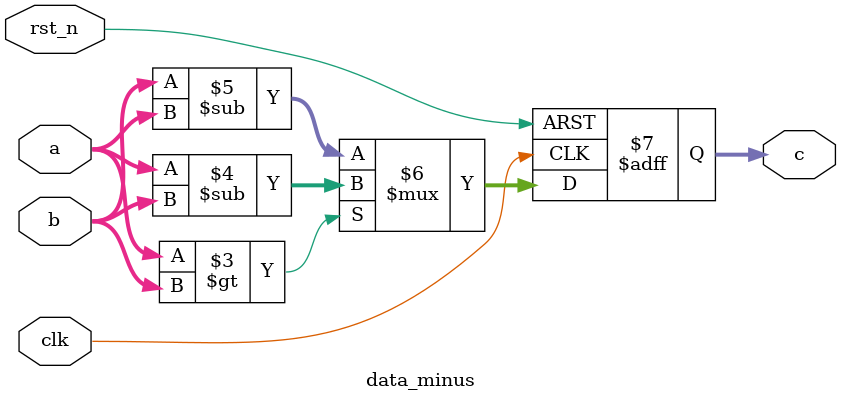
<source format=v>
`timescale 1ns/1ns
module data_minus(
	input clk,
	input rst_n,
	input [7:0]a,
	input [7:0]b,

	output  reg [8:0]c
);
always @(posedge clk or negedge rst_n)begin
	if(!rst_n) c <= 0;
	else begin
		c<= (a>b) ? (a-b) : (b-a);
	end
end
endmodule
</source>
